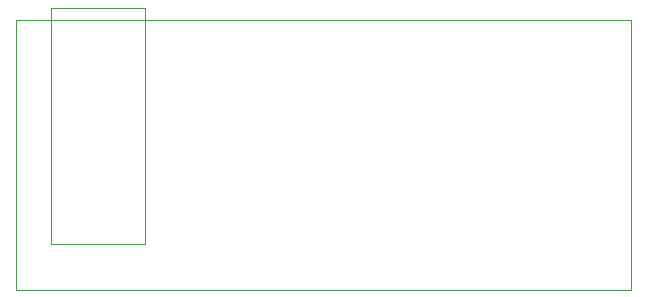
<source format=gbr>
%TF.GenerationSoftware,KiCad,Pcbnew,7.0.4*%
%TF.CreationDate,2023-05-26T13:29:51+02:00*%
%TF.ProjectId,RFM9xW_ANT,52464d39-7857-45f4-914e-542e6b696361,rev?*%
%TF.SameCoordinates,Original*%
%TF.FileFunction,Profile,NP*%
%FSLAX46Y46*%
G04 Gerber Fmt 4.6, Leading zero omitted, Abs format (unit mm)*
G04 Created by KiCad (PCBNEW 7.0.4) date 2023-05-26 13:29:51*
%MOMM*%
%LPD*%
G01*
G04 APERTURE LIST*
%TA.AperFunction,Profile*%
%ADD10C,0.050000*%
%TD*%
%TA.AperFunction,Profile*%
%ADD11C,0.120000*%
%TD*%
G04 APERTURE END LIST*
D10*
X104140000Y-38100000D02*
X156210000Y-38100000D01*
X156210000Y-60960000D01*
X104140000Y-60960000D01*
X104140000Y-38100000D01*
D11*
%TO.C,AE1*%
X107125000Y-57100000D02*
X115125000Y-57100000D01*
X115125000Y-57100000D02*
X115125000Y-37100000D01*
X115125000Y-37100000D02*
X107125000Y-37100000D01*
X107125000Y-37100000D02*
X107125000Y-57100000D01*
%TD*%
M02*

</source>
